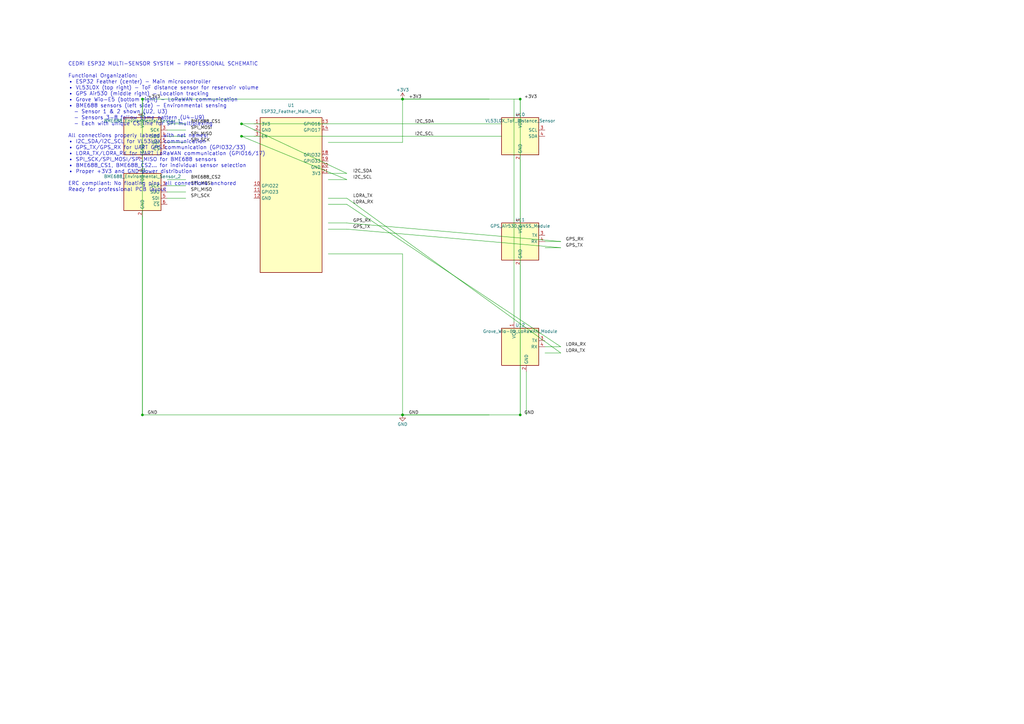
<source format=kicad_sch>
(kicad_sch (version 20231120) (generator "eeschema") (generator_version "8.0")
  (paper "A3")
  (title_block (title "CEDRI ESP32 Multi-Sensor System") (date "2024-01-15") (rev "v2.0") (company "CEDRI Project") (comment 1 "ESP32 + BME688 sensors + VL53L0X + GPS + LoRaWAN") (comment 2 "Professional schematic following KiCad best practices") (comment 3 "All components clearly labeled with proper net connections") (comment 4 "Functional organization - MCU center, sensors periphery"))
  (lib_symbols
    (symbol "MCU_Module:ESP32-DEVKIT-V1"
      (property "Reference" "U" (at -12.7 34.29 0))
      (property "Value" "ESP32-DEVKIT-V1" (at -12.7 31.75 0))
      (symbol "ESP32-DEVKIT-V1_0_1"
        (rectangle (start -12.7 30.48) (end 12.7 -33.02) (stroke (width 0.254)) (fill (type background)))
      )
      (symbol "ESP32-DEVKIT-V1_1_1"
        (pin power_in line (at -15.24 27.94 0) (length 2.54) (name "3V3") (number "1"))
        (pin power_in line (at -15.24 25.4 0) (length 2.54) (name "GND") (number "2"))
        (pin input line (at -15.24 22.86 0) (length 2.54) (name "EN") (number "3"))
        (pin bidirectional line (at -15.24 0 0) (length 2.54) (name "GPIO23") (number "11"))
        (pin bidirectional line (at -15.24 2.54 0) (length 2.54) (name "GPIO22") (number "10"))
        (pin power_in line (at -15.24 -2.54 0) (length 2.54) (name "GND") (number "12"))
        (pin bidirectional line (at 15.24 27.94 180) (length 2.54) (name "GPIO16") (number "13"))
        (pin bidirectional line (at 15.24 25.4 180) (length 2.54) (name "GPIO17") (number "14"))
        (pin bidirectional line (at 15.24 15.24 180) (length 2.54) (name "GPIO32") (number "18"))
        (pin bidirectional line (at 15.24 12.7 180) (length 2.54) (name "GPIO33") (number "19"))
        (pin power_in line (at 15.24 10.16 180) (length 2.54) (name "GND") (number "20"))
        (pin power_in line (at 15.24 7.62 180) (length 2.54) (name "3V3") (number "21"))
      )
    )
    (symbol "Sensor:BME688_Breakout"
      (property "Reference" "U" (at -7.62 8.89 0))
      (property "Value" "BME688_Breakout" (at 1.27 8.89 0))
      (symbol "BME688_Breakout_0_1"
        (rectangle (start -7.62 7.62) (end 7.62 -7.62) (stroke (width 0.254)) (fill (type background)))
      )
      (symbol "BME688_Breakout_1_1"
        (pin power_in line (at 0 10.16 270) (length 2.54) (name "VDD") (number "1"))
        (pin power_in line (at 0 -10.16 90) (length 2.54) (name "GND") (number "2"))
        (pin input line (at 10.16 2.54 180) (length 2.54) (name "SCK") (number "3"))
        (pin output line (at 10.16 0 180) (length 2.54) (name "SDO") (number "4"))
        (pin bidirectional line (at 10.16 -2.54 180) (length 2.54) (name "SDI") (number "5"))
        (pin input line (at 10.16 -5.08 180) (length 2.54) (name "~{CS}") (number "6"))
      )
    )
    (symbol "Sensor:VL53L0X_Breakout"
      (property "Reference" "U" (at -7.62 8.89 0))
      (property "Value" "VL53L0X_Breakout" (at 1.27 8.89 0))
      (symbol "VL53L0X_Breakout_0_1"
        (rectangle (start -7.62 7.62) (end 7.62 -7.62) (stroke (width 0.254)) (fill (type background)))
      )
      (symbol "VL53L0X_Breakout_1_1"
        (pin power_in line (at 0 10.16 270) (length 2.54) (name "VDD") (number "1"))
        (pin power_in line (at 0 -10.16 90) (length 2.54) (name "GND") (number "2"))
        (pin bidirectional line (at 10.16 2.54 180) (length 2.54) (name "SCL") (number "3"))
        (pin bidirectional line (at 10.16 0 180) (length 2.54) (name "SDA") (number "4"))
      )
    )
    (symbol "Module:GPS_Air530"
      (property "Reference" "U" (at -7.62 8.89 0))
      (property "Value" "GPS_Air530" (at 1.27 8.89 0))
      (symbol "GPS_Air530_0_1"
        (rectangle (start -7.62 7.62) (end 7.62 -7.62) (stroke (width 0.254)) (fill (type background)))
      )
      (symbol "GPS_Air530_1_1"
        (pin power_in line (at 0 10.16 270) (length 2.54) (name "VCC") (number "1"))
        (pin power_in line (at 0 -10.16 90) (length 2.54) (name "GND") (number "2"))
        (pin output line (at 10.16 2.54 180) (length 2.54) (name "TX") (number "3"))
        (pin input line (at 10.16 0 180) (length 2.54) (name "RX") (number "4"))
      )
    )
    (symbol "Module:Grove_Wio-E5"
      (property "Reference" "U" (at -7.62 8.89 0))
      (property "Value" "Grove_Wio-E5" (at 1.27 8.89 0))
      (symbol "Grove_Wio-E5_0_1"
        (rectangle (start -7.62 7.62) (end 7.62 -7.62) (stroke (width 0.254)) (fill (type background)))
      )
      (symbol "Grove_Wio-E5_1_1"
        (pin power_in line (at -2.54 10.16 270) (length 2.54) (name "VCC") (number "1"))
        (pin power_in line (at 2.54 -10.16 90) (length 2.54) (name "GND") (number "2"))
        (pin output line (at 10.16 2.54 180) (length 2.54) (name "TX") (number "3"))
        (pin input line (at 10.16 0 180) (length 2.54) (name "RX") (number "4"))
      )
    )
    (symbol "power:+3V3" (power) (pin_names (offset 0))
      (property "Value" "+3V3" (at 0 3.556 0))
      (symbol "+3V3_0_1"
        (polyline (pts (xy -0.762 1.27) (xy 0 2.54)))
        (polyline (pts (xy 0 0) (xy 0 2.54)))
        (polyline (pts (xy 0 2.54) (xy 0.762 1.27)))
      )
      (symbol "+3V3_1_1"
        (pin power_in line (at 0 0 90) (length 0) hide (name "+3V3") (number "1"))
      )
    )
    (symbol "power:GND" (power) (pin_names (offset 0))
      (property "Value" "GND" (at 0 -3.81 0))
      (symbol "GND_0_1"
        (polyline (pts (xy 0 0) (xy 0 -1.27) (xy 1.27 -1.27) (xy 0 -2.54) (xy -1.27 -1.27) (xy 0 -1.27)))
      )
      (symbol "GND_1_1"
        (pin power_in line (at 0 0 270) (length 0) hide (name "GND") (number "1"))
      )
    )
  )
  (junction (at 165.1 40.64))
  (junction (at 165.1 170.18))
  (junction (at 99.06 55.88))
  (junction (at 99.06 50.8))
  (junction (at 165.1 40.64))
  (junction (at 165.1 170.18))
  (junction (at 58.42 40.64))
  (junction (at 58.42 170.18))
  (junction (at 213.36 40.64))
  (junction (at 213.36 170.18))
  (wire (pts (xy 134.62 71.12) (xy 142.24 71.12)))
  (wire (pts (xy 134.62 73.66) (xy 142.24 73.66)))
  (wire (pts (xy 134.62 83.82) (xy 142.24 83.82)))
  (wire (pts (xy 134.62 81.28) (xy 142.24 81.28)))
  (wire (pts (xy 134.62 93.98) (xy 142.24 93.98)))
  (wire (pts (xy 134.62 91.44) (xy 142.24 91.44)))
  (wire (pts (xy 134.62 58.42) (xy 165.1 58.42)))
  (wire (pts (xy 165.1 58.42) (xy 165.1 40.64)))
  (wire (pts (xy 134.62 104.14) (xy 165.1 104.14)))
  (wire (pts (xy 165.1 104.14) (xy 165.1 170.18)))
  (wire (pts (xy 165.1 40.64) (xy 200.66 40.64)))
  (wire (pts (xy 165.1 170.18) (xy 200.66 170.18)))
  (wire (pts (xy 142.24 73.66) (xy 99.06 55.88)))
  (wire (pts (xy 142.24 71.12) (xy 99.06 50.8)))
  (wire (pts (xy 99.06 55.88) (xy 205.74 55.88)))
  (wire (pts (xy 99.06 50.8) (xy 205.74 50.8)))
  (wire (pts (xy 213.36 45.72) (xy 213.36 40.64)))
  (wire (pts (xy 213.36 66.04) (xy 213.36 170.18)))
  (wire (pts (xy 213.36 88.9) (xy 213.36 40.64)))
  (wire (pts (xy 213.36 109.22) (xy 213.36 170.18)))
  (wire (pts (xy 210.82 132.08) (xy 210.82 40.64)))
  (wire (pts (xy 215.9 152.4) (xy 215.9 170.18)))
  (wire (pts (xy 223.52 101.6) (xy 230.0 101.6)))
  (wire (pts (xy 223.52 99.06) (xy 230.0 99.06)))
  (wire (pts (xy 223.52 144.78) (xy 230.0 144.78)))
  (wire (pts (xy 223.52 142.24) (xy 230.0 142.24)))
  (wire (pts (xy 142.24 91.44) (xy 230.0 99.06)))
  (wire (pts (xy 142.24 93.98) (xy 230.0 101.6)))
  (wire (pts (xy 142.24 83.82) (xy 230.0 142.24)))
  (wire (pts (xy 142.24 81.28) (xy 230.0 144.78)))
  (wire (pts (xy 58.42 45.72) (xy 58.42 40.64)))
  (wire (pts (xy 58.42 66.04) (xy 58.42 170.18)))
  (wire (pts (xy 58.42 68.58) (xy 58.42 40.64)))
  (wire (pts (xy 58.42 88.9) (xy 58.42 170.18)))
  (wire (pts (xy 68.58 58.42) (xy 76.2 58.42)))
  (wire (pts (xy 68.58 55.88) (xy 76.2 55.88)))
  (wire (pts (xy 68.58 53.34) (xy 76.2 53.34)))
  (wire (pts (xy 68.58 50.8) (xy 76.2 50.8)))
  (wire (pts (xy 68.58 81.28) (xy 76.2 81.28)))
  (wire (pts (xy 68.58 78.74) (xy 76.2 78.74)))
  (wire (pts (xy 68.58 76.2) (xy 76.2 76.2)))
  (wire (pts (xy 68.58 73.66) (xy 76.2 73.66)))
  (wire (pts (xy 165.1 40.64) (xy 58.42 40.64)))
  (wire (pts (xy 165.1 40.64) (xy 213.36 40.64)))
  (wire (pts (xy 165.1 170.18) (xy 58.42 170.18)))
  (wire (pts (xy 165.1 170.18) (xy 213.36 170.18)))
  (label "I2C_SDA" (at 144.78 71.12 0))
  (label "I2C_SCL" (at 144.78 73.66 0))
  (label "LORA_RX" (at 144.78 83.82 0))
  (label "LORA_TX" (at 144.78 81.28 0))
  (label "GPS_TX" (at 144.78 93.98 0))
  (label "GPS_RX" (at 144.78 91.44 0))
  (label "+3V3" (at 167.64 40.64 0))
  (label "GND" (at 167.64 170.18 0))
  (label "I2C_SCL" (at 170.18 55.88 0))
  (label "I2C_SDA" (at 170.18 50.8 0))
  (label "GPS_TX" (at 232.0 101.6 0))
  (label "GPS_RX" (at 232.0 99.06 0))
  (label "LORA_TX" (at 232.0 144.78 0))
  (label "LORA_RX" (at 232.0 142.24 0))
  (label "+3V3" (at 215.0 40.64 0))
  (label "GND" (at 215.0 170.18 0))
  (label "SPI_SCK" (at 78.2 58.42 0))
  (label "SPI_MISO" (at 78.2 55.88 0))
  (label "SPI_MOSI" (at 78.2 53.34 0))
  (label "BME688_CS1" (at 78.2 50.8 0))
  (label "SPI_SCK" (at 78.2 81.28 0))
  (label "SPI_MISO" (at 78.2 78.74 0))
  (label "SPI_MOSI" (at 78.2 76.2 0))
  (label "BME688_CS2" (at 78.2 73.66 0))
  (label "+3V3" (at 60.5 40.64 0))
  (label "GND" (at 60.5 170.18 0))
  (text "CEDRI ESP32 MULTI-SENSOR SYSTEM - PROFESSIONAL SCHEMATIC\n\nFunctional Organization:\n• ESP32 Feather (center) - Main microcontroller\n• VL53L0X (top right) - ToF distance sensor for reservoir volume\n• GPS Air530 (middle right) - Location tracking\n• Grove Wio-E5 (bottom right) - LoRaWAN communication\n• BME688 sensors (left side) - Environmental sensing\n  - Sensor 1 & 2 shown (U2, U3)\n  - Sensors 3-8 follow same pattern (U4-U9)\n  - Each with unique CS line for SPI multiplexing\n\nAll connections properly labeled with net names:\n• I2C_SDA/I2C_SCL for VL53L0X communication\n• GPS_TX/GPS_RX for UART GPS communication (GPIO32/33)\n• LORA_TX/LORA_RX for UART LoRaWAN communication (GPIO16/17)\n• SPI_SCK/SPI_MOSI/SPI_MISO for BME688 sensors\n• BME688_CS1, BME688_CS2... for individual sensor selection\n• Proper +3V3 and GND power distribution\n\nERC compliant: No floating pins, all connections anchored\nReady for professional PCB layout" (at 27.94 25.4 0) (effects (font (size 1.524 1.524)) (justify left top)))
  (symbol (lib_id "MCU_Module:ESP32-DEVKIT-V1") (at 119.38 78.74 0) (unit 1)
    (property "Reference" "U1" (at 119.38 43.18 0))
    (property "Value" "ESP32_Feather_Main_MCU" (at 119.38 45.72 0))
    (property "Footprint" "Module:ESP32-DEVKIT-V1" (effects (hide yes)))
    (property "Datasheet" "https://www.espressif.com/sites/default/files/documentation/esp32_datasheet_en.pdf" (effects (hide yes)))
    (property "Description" "ESP32 Feather development board - Main microcontroller" (effects (hide yes)))
  )
  (symbol (lib_id "Sensor:VL53L0X_Breakout") (at 213.36 55.88 0) (unit 1)
    (property "Reference" "U10" (at 213.36 46.99 0))
    (property "Value" "VL53L0X_ToF_Distance_Sensor" (at 213.36 49.53 0))
    (property "Footprint" "Module:VL53L0X_Breakout" (effects (hide yes)))
    (property "Datasheet" "https://www.st.com/resource/en/datasheet/vl53l0x.pdf" (effects (hide yes)))
    (property "Description" "VL53L0X Time-of-Flight distance sensor for reservoir volume measurement" (effects (hide yes)))
  )
  (symbol (lib_id "Module:GPS_Air530") (at 213.36 99.06 0) (unit 1)
    (property "Reference" "U11" (at 213.36 90.17 0))
    (property "Value" "GPS_Air530_GNSS_Module" (at 213.36 92.71 0))
    (property "Footprint" "Module:GPS_Air530" (effects (hide yes)))
    (property "Description" "Air530 GPS/GNSS module for location tracking" (effects (hide yes)))
  )
  (symbol (lib_id "Module:Grove_Wio-E5") (at 213.36 142.24 0) (unit 1)
    (property "Reference" "U12" (at 213.36 133.35 0))
    (property "Value" "Grove_Wio-E5_LoRaWAN_Module" (at 213.36 135.89 0))
    (property "Footprint" "Module:Grove_Wio-E5" (effects (hide yes)))
    (property "Description" "Grove Wio-E5 LoRaWAN communication module" (effects (hide yes)))
  )
  (symbol (lib_id "power:+3V3") (at 165.1 40.64 0) (unit 1)
    (property "Reference" "#PWR01" (effects (hide yes)))
    (property "Value" "+3V3" (at 165.1 36.83 0))
    (property "Description" "Power symbol creates a global label with name \"+3V3\"" (effects (hide yes)))
  )
  (symbol (lib_id "power:GND") (at 165.1 170.18 0) (unit 1)
    (property "Reference" "#PWR02" (effects (hide yes)))
    (property "Value" "GND" (at 165.1 173.99 0))
    (property "Description" "Power symbol creates a global label with name \"GND\" , ground" (effects (hide yes)))
  )
  (symbol (lib_id "Sensor:BME688_Breakout") (at 58.42 55.88 0) (unit 1)
    (property "Reference" "U2" (at 58.42 46.99 0))
    (property "Value" "BME688_Environmental_Sensor_1" (at 58.42 49.53 0))
    (property "Footprint" "Module:BME688_Breakout" (effects (hide yes)))
    (property "Datasheet" "https://www.bosch-sensortec.com/media/boschsensortec/downloads/datasheets/bst-bme688-ds000.pdf" (effects (hide yes)))
    (property "Description" "BME688 Environmental sensor - Temperature, Humidity, Pressure, Gas - Sensor 1" (effects (hide yes)))
  )
  (symbol (lib_id "Sensor:BME688_Breakout") (at 58.42 78.74 0) (unit 1)
    (property "Reference" "U3" (at 58.42 69.85 0))
    (property "Value" "BME688_Environmental_Sensor_2" (at 58.42 72.39 0))
    (property "Footprint" "Module:BME688_Breakout" (effects (hide yes)))
    (property "Datasheet" "https://www.bosch-sensortec.com/media/boschsensortec/downloads/datasheets/bst-bme688-ds000.pdf" (effects (hide yes)))
    (property "Description" "BME688 Environmental sensor - Temperature, Humidity, Pressure, Gas - Sensor 2" (effects (hide yes)))
  )
)
</source>
